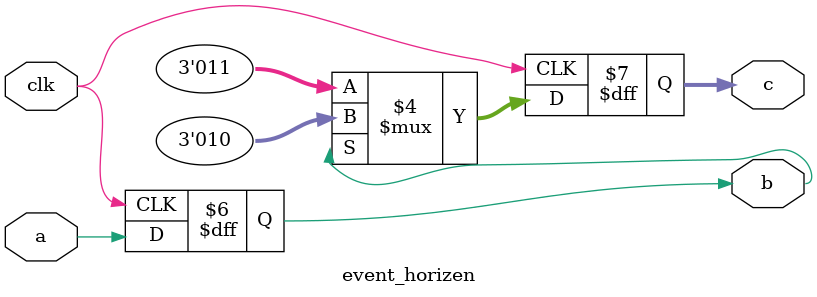
<source format=v>
`timescale 1ns / 1ps
module event_horizen(
    input a,
	 input clk,
	 output reg b,
    output reg[2:0] c
    );
    
    always @(posedge clk) begin
        b <= a;
        if (b == 1) begin
            c <= 3'b010;
        end else begin
            c <= 3'b011;
        end
    end

endmodule
</source>
